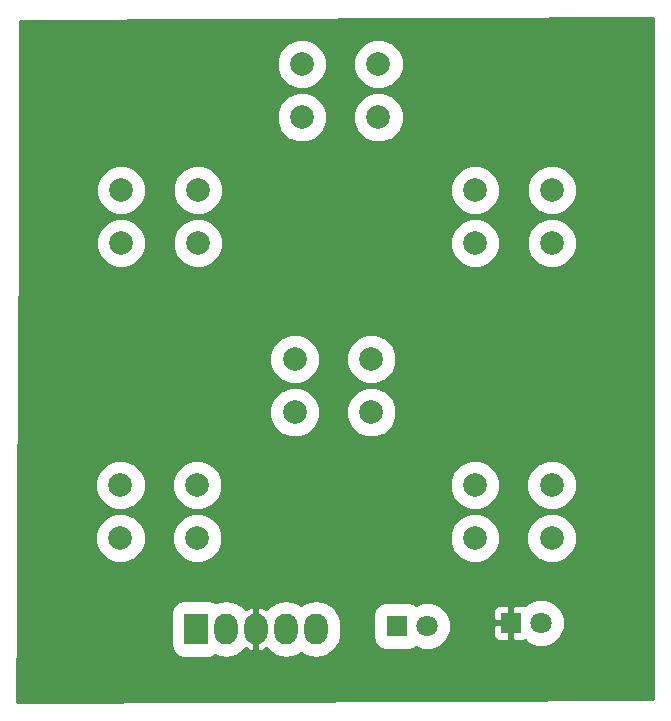
<source format=gbr>
G04 #@! TF.GenerationSoftware,KiCad,Pcbnew,5.0.2+dfsg1-1*
G04 #@! TF.CreationDate,2019-08-29T13:22:36-03:00*
G04 #@! TF.ProjectId,teclado_contador_geiger,7465636c-6164-46f5-9f63-6f6e7461646f,rev?*
G04 #@! TF.SameCoordinates,Original*
G04 #@! TF.FileFunction,Copper,L1,Top*
G04 #@! TF.FilePolarity,Positive*
%FSLAX46Y46*%
G04 Gerber Fmt 4.6, Leading zero omitted, Abs format (unit mm)*
G04 Created by KiCad (PCBNEW 5.0.2+dfsg1-1) date jue 29 ago 2019 13:22:36 -03*
%MOMM*%
%LPD*%
G01*
G04 APERTURE LIST*
G04 #@! TA.AperFunction,ComponentPad*
%ADD10C,2.000000*%
G04 #@! TD*
G04 #@! TA.AperFunction,ComponentPad*
%ADD11R,1.800000X1.800000*%
G04 #@! TD*
G04 #@! TA.AperFunction,ComponentPad*
%ADD12C,1.800000*%
G04 #@! TD*
G04 #@! TA.AperFunction,ComponentPad*
%ADD13R,2.000000X2.600000*%
G04 #@! TD*
G04 #@! TA.AperFunction,ComponentPad*
%ADD14O,2.000000X2.600000*%
G04 #@! TD*
G04 #@! TA.AperFunction,ViaPad*
%ADD15C,2.000000*%
G04 #@! TD*
G04 #@! TA.AperFunction,Conductor*
%ADD16C,0.254000*%
G04 #@! TD*
G04 APERTURE END LIST*
D10*
G04 #@! TO.P,SW3,1*
G04 #@! TO.N,Net-(R2-Pad2)*
X135500000Y-75968000D03*
G04 #@! TO.P,SW3,2*
G04 #@! TO.N,+5V*
X135500000Y-80468000D03*
G04 #@! TO.P,SW3,1*
G04 #@! TO.N,Net-(R2-Pad2)*
X129000000Y-75968000D03*
G04 #@! TO.P,SW3,2*
G04 #@! TO.N,+5V*
X129000000Y-80468000D03*
G04 #@! TD*
G04 #@! TO.P,SW1,1*
G04 #@! TO.N,Net-(R1-Pad1)*
X150754000Y-86618000D03*
G04 #@! TO.P,SW1,2*
G04 #@! TO.N,+5V*
X150754000Y-91118000D03*
G04 #@! TO.P,SW1,1*
G04 #@! TO.N,Net-(R1-Pad1)*
X144254000Y-86618000D03*
G04 #@! TO.P,SW1,2*
G04 #@! TO.N,+5V*
X144254000Y-91118000D03*
G04 #@! TD*
D11*
G04 #@! TO.P,D1,1*
G04 #@! TO.N,Net-(D1-Pad1)*
X137668000Y-98552000D03*
D12*
G04 #@! TO.P,D1,2*
G04 #@! TO.N,Net-(D1-Pad2)*
X140208000Y-98552000D03*
G04 #@! TD*
D10*
G04 #@! TO.P,SW2,2*
G04 #@! TO.N,+5V*
X114254000Y-91114000D03*
G04 #@! TO.P,SW2,1*
G04 #@! TO.N,Net-(R1-Pad2)*
X114254000Y-86614000D03*
G04 #@! TO.P,SW2,2*
G04 #@! TO.N,+5V*
X120754000Y-91114000D03*
G04 #@! TO.P,SW2,1*
G04 #@! TO.N,Net-(R1-Pad2)*
X120754000Y-86614000D03*
G04 #@! TD*
G04 #@! TO.P,SW4,2*
G04 #@! TO.N,+5V*
X144270000Y-66142000D03*
G04 #@! TO.P,SW4,1*
G04 #@! TO.N,Net-(R3-Pad2)*
X144270000Y-61642000D03*
G04 #@! TO.P,SW4,2*
G04 #@! TO.N,+5V*
X150770000Y-66142000D03*
G04 #@! TO.P,SW4,1*
G04 #@! TO.N,Net-(R3-Pad2)*
X150770000Y-61642000D03*
G04 #@! TD*
G04 #@! TO.P,SW5,2*
G04 #@! TO.N,+5V*
X129600000Y-55500000D03*
G04 #@! TO.P,SW5,1*
G04 #@! TO.N,Net-(R4-Pad2)*
X129600000Y-51000000D03*
G04 #@! TO.P,SW5,2*
G04 #@! TO.N,+5V*
X136100000Y-55500000D03*
G04 #@! TO.P,SW5,1*
G04 #@! TO.N,Net-(R4-Pad2)*
X136100000Y-51000000D03*
G04 #@! TD*
G04 #@! TO.P,SW6,2*
G04 #@! TO.N,+5V*
X114300000Y-66142000D03*
G04 #@! TO.P,SW6,1*
G04 #@! TO.N,/teclado_out*
X114300000Y-61642000D03*
G04 #@! TO.P,SW6,2*
G04 #@! TO.N,+5V*
X120800000Y-66142000D03*
G04 #@! TO.P,SW6,1*
G04 #@! TO.N,/teclado_out*
X120800000Y-61642000D03*
G04 #@! TD*
D11*
G04 #@! TO.P,D2,1*
G04 #@! TO.N,GND*
X147320000Y-98298000D03*
D12*
G04 #@! TO.P,D2,2*
G04 #@! TO.N,Net-(D2-Pad2)*
X149860000Y-98298000D03*
G04 #@! TD*
D13*
G04 #@! TO.P,J1,1*
G04 #@! TO.N,/teclado_out*
X120650000Y-98806000D03*
D14*
G04 #@! TO.P,J1,2*
G04 #@! TO.N,+5V*
X123190000Y-98806000D03*
G04 #@! TO.P,J1,3*
G04 #@! TO.N,GND*
X125730000Y-98806000D03*
G04 #@! TO.P,J1,4*
G04 #@! TO.N,Net-(J1-Pad4)*
X128270000Y-98806000D03*
G04 #@! TO.P,J1,5*
G04 #@! TO.N,Net-(D1-Pad1)*
X130810000Y-98806000D03*
G04 #@! TD*
D15*
G04 #@! TO.N,GND*
X109728000Y-99060000D03*
X132000000Y-68000000D03*
X147000000Y-52000000D03*
X155956000Y-99060000D03*
X117602000Y-72898000D03*
X146304000Y-73660000D03*
X118000000Y-52000000D03*
X132000000Y-87000000D03*
G04 #@! TD*
D16*
G04 #@! TO.N,GND*
G36*
X159385000Y-104775594D02*
X105537561Y-105028399D01*
X105570553Y-97506000D01*
X118500921Y-97506000D01*
X118500921Y-100106000D01*
X118588389Y-100545733D01*
X118837478Y-100918522D01*
X119210267Y-101167611D01*
X119650000Y-101255079D01*
X121650000Y-101255079D01*
X122089733Y-101167611D01*
X122268328Y-101048278D01*
X122360087Y-101109590D01*
X123190000Y-101274670D01*
X124019914Y-101109590D01*
X124723481Y-100639481D01*
X124846899Y-100454773D01*
X125221645Y-100665144D01*
X125349566Y-100696124D01*
X125603000Y-100576777D01*
X125603000Y-98933000D01*
X125583000Y-98933000D01*
X125583000Y-98679000D01*
X125603000Y-98679000D01*
X125603000Y-97035223D01*
X125857000Y-97035223D01*
X125857000Y-98679000D01*
X125877000Y-98679000D01*
X125877000Y-98933000D01*
X125857000Y-98933000D01*
X125857000Y-100576777D01*
X126110434Y-100696124D01*
X126238355Y-100665144D01*
X126613102Y-100454773D01*
X126736520Y-100639481D01*
X127440087Y-101109590D01*
X128270000Y-101274670D01*
X129099914Y-101109590D01*
X129540000Y-100815533D01*
X129980087Y-101109590D01*
X130810000Y-101274670D01*
X131639914Y-101109590D01*
X132343481Y-100639481D01*
X132813590Y-99935913D01*
X132937000Y-99315488D01*
X132937000Y-98296511D01*
X132813590Y-97676086D01*
X132797497Y-97652000D01*
X135618921Y-97652000D01*
X135618921Y-99452000D01*
X135706389Y-99891733D01*
X135955478Y-100264522D01*
X136328267Y-100513611D01*
X136768000Y-100601079D01*
X138568000Y-100601079D01*
X139007733Y-100513611D01*
X139252348Y-100350165D01*
X139804805Y-100579000D01*
X140611195Y-100579000D01*
X141356203Y-100270407D01*
X141926407Y-99700203D01*
X142235000Y-98955195D01*
X142235000Y-98583750D01*
X145785000Y-98583750D01*
X145785000Y-99324310D01*
X145881673Y-99557699D01*
X146060302Y-99736327D01*
X146293691Y-99833000D01*
X147034250Y-99833000D01*
X147193000Y-99674250D01*
X147193000Y-98425000D01*
X145943750Y-98425000D01*
X145785000Y-98583750D01*
X142235000Y-98583750D01*
X142235000Y-98148805D01*
X141926407Y-97403797D01*
X141794300Y-97271690D01*
X145785000Y-97271690D01*
X145785000Y-98012250D01*
X145943750Y-98171000D01*
X147193000Y-98171000D01*
X147193000Y-96921750D01*
X147447000Y-96921750D01*
X147447000Y-98171000D01*
X147467000Y-98171000D01*
X147467000Y-98425000D01*
X147447000Y-98425000D01*
X147447000Y-99674250D01*
X147605750Y-99833000D01*
X148346309Y-99833000D01*
X148475060Y-99779670D01*
X148711797Y-100016407D01*
X149456805Y-100325000D01*
X150263195Y-100325000D01*
X151008203Y-100016407D01*
X151578407Y-99446203D01*
X151887000Y-98701195D01*
X151887000Y-97894805D01*
X151578407Y-97149797D01*
X151008203Y-96579593D01*
X150263195Y-96271000D01*
X149456805Y-96271000D01*
X148711797Y-96579593D01*
X148475060Y-96816330D01*
X148346309Y-96763000D01*
X147605750Y-96763000D01*
X147447000Y-96921750D01*
X147193000Y-96921750D01*
X147034250Y-96763000D01*
X146293691Y-96763000D01*
X146060302Y-96859673D01*
X145881673Y-97038301D01*
X145785000Y-97271690D01*
X141794300Y-97271690D01*
X141356203Y-96833593D01*
X140611195Y-96525000D01*
X139804805Y-96525000D01*
X139252348Y-96753835D01*
X139007733Y-96590389D01*
X138568000Y-96502921D01*
X136768000Y-96502921D01*
X136328267Y-96590389D01*
X135955478Y-96839478D01*
X135706389Y-97212267D01*
X135618921Y-97652000D01*
X132797497Y-97652000D01*
X132343481Y-96972519D01*
X131639913Y-96502410D01*
X130810000Y-96337330D01*
X129980086Y-96502410D01*
X129540000Y-96796467D01*
X129099913Y-96502410D01*
X128270000Y-96337330D01*
X127440086Y-96502410D01*
X126736519Y-96972519D01*
X126613101Y-97157227D01*
X126238355Y-96946856D01*
X126110434Y-96915876D01*
X125857000Y-97035223D01*
X125603000Y-97035223D01*
X125349566Y-96915876D01*
X125221645Y-96946856D01*
X124846899Y-97157227D01*
X124723481Y-96972519D01*
X124019913Y-96502410D01*
X123190000Y-96337330D01*
X122360086Y-96502410D01*
X122268327Y-96563721D01*
X122089733Y-96444389D01*
X121650000Y-96356921D01*
X119650000Y-96356921D01*
X119210267Y-96444389D01*
X118837478Y-96693478D01*
X118588389Y-97066267D01*
X118500921Y-97506000D01*
X105570553Y-97506000D01*
X105600444Y-90690913D01*
X112127000Y-90690913D01*
X112127000Y-91537087D01*
X112450817Y-92318848D01*
X113049152Y-92917183D01*
X113830913Y-93241000D01*
X114677087Y-93241000D01*
X115458848Y-92917183D01*
X116057183Y-92318848D01*
X116381000Y-91537087D01*
X116381000Y-90690913D01*
X118627000Y-90690913D01*
X118627000Y-91537087D01*
X118950817Y-92318848D01*
X119549152Y-92917183D01*
X120330913Y-93241000D01*
X121177087Y-93241000D01*
X121958848Y-92917183D01*
X122557183Y-92318848D01*
X122881000Y-91537087D01*
X122881000Y-90694913D01*
X142127000Y-90694913D01*
X142127000Y-91541087D01*
X142450817Y-92322848D01*
X143049152Y-92921183D01*
X143830913Y-93245000D01*
X144677087Y-93245000D01*
X145458848Y-92921183D01*
X146057183Y-92322848D01*
X146381000Y-91541087D01*
X146381000Y-90694913D01*
X148627000Y-90694913D01*
X148627000Y-91541087D01*
X148950817Y-92322848D01*
X149549152Y-92921183D01*
X150330913Y-93245000D01*
X151177087Y-93245000D01*
X151958848Y-92921183D01*
X152557183Y-92322848D01*
X152881000Y-91541087D01*
X152881000Y-90694913D01*
X152557183Y-89913152D01*
X151958848Y-89314817D01*
X151177087Y-88991000D01*
X150330913Y-88991000D01*
X149549152Y-89314817D01*
X148950817Y-89913152D01*
X148627000Y-90694913D01*
X146381000Y-90694913D01*
X146057183Y-89913152D01*
X145458848Y-89314817D01*
X144677087Y-88991000D01*
X143830913Y-88991000D01*
X143049152Y-89314817D01*
X142450817Y-89913152D01*
X142127000Y-90694913D01*
X122881000Y-90694913D01*
X122881000Y-90690913D01*
X122557183Y-89909152D01*
X121958848Y-89310817D01*
X121177087Y-88987000D01*
X120330913Y-88987000D01*
X119549152Y-89310817D01*
X118950817Y-89909152D01*
X118627000Y-90690913D01*
X116381000Y-90690913D01*
X116057183Y-89909152D01*
X115458848Y-89310817D01*
X114677087Y-88987000D01*
X113830913Y-88987000D01*
X113049152Y-89310817D01*
X112450817Y-89909152D01*
X112127000Y-90690913D01*
X105600444Y-90690913D01*
X105620180Y-86190913D01*
X112127000Y-86190913D01*
X112127000Y-87037087D01*
X112450817Y-87818848D01*
X113049152Y-88417183D01*
X113830913Y-88741000D01*
X114677087Y-88741000D01*
X115458848Y-88417183D01*
X116057183Y-87818848D01*
X116381000Y-87037087D01*
X116381000Y-86190913D01*
X118627000Y-86190913D01*
X118627000Y-87037087D01*
X118950817Y-87818848D01*
X119549152Y-88417183D01*
X120330913Y-88741000D01*
X121177087Y-88741000D01*
X121958848Y-88417183D01*
X122557183Y-87818848D01*
X122881000Y-87037087D01*
X122881000Y-86194913D01*
X142127000Y-86194913D01*
X142127000Y-87041087D01*
X142450817Y-87822848D01*
X143049152Y-88421183D01*
X143830913Y-88745000D01*
X144677087Y-88745000D01*
X145458848Y-88421183D01*
X146057183Y-87822848D01*
X146381000Y-87041087D01*
X146381000Y-86194913D01*
X148627000Y-86194913D01*
X148627000Y-87041087D01*
X148950817Y-87822848D01*
X149549152Y-88421183D01*
X150330913Y-88745000D01*
X151177087Y-88745000D01*
X151958848Y-88421183D01*
X152557183Y-87822848D01*
X152881000Y-87041087D01*
X152881000Y-86194913D01*
X152557183Y-85413152D01*
X151958848Y-84814817D01*
X151177087Y-84491000D01*
X150330913Y-84491000D01*
X149549152Y-84814817D01*
X148950817Y-85413152D01*
X148627000Y-86194913D01*
X146381000Y-86194913D01*
X146057183Y-85413152D01*
X145458848Y-84814817D01*
X144677087Y-84491000D01*
X143830913Y-84491000D01*
X143049152Y-84814817D01*
X142450817Y-85413152D01*
X142127000Y-86194913D01*
X122881000Y-86194913D01*
X122881000Y-86190913D01*
X122557183Y-85409152D01*
X121958848Y-84810817D01*
X121177087Y-84487000D01*
X120330913Y-84487000D01*
X119549152Y-84810817D01*
X118950817Y-85409152D01*
X118627000Y-86190913D01*
X116381000Y-86190913D01*
X116057183Y-85409152D01*
X115458848Y-84810817D01*
X114677087Y-84487000D01*
X113830913Y-84487000D01*
X113049152Y-84810817D01*
X112450817Y-85409152D01*
X112127000Y-86190913D01*
X105620180Y-86190913D01*
X105647136Y-80044913D01*
X126873000Y-80044913D01*
X126873000Y-80891087D01*
X127196817Y-81672848D01*
X127795152Y-82271183D01*
X128576913Y-82595000D01*
X129423087Y-82595000D01*
X130204848Y-82271183D01*
X130803183Y-81672848D01*
X131127000Y-80891087D01*
X131127000Y-80044913D01*
X133373000Y-80044913D01*
X133373000Y-80891087D01*
X133696817Y-81672848D01*
X134295152Y-82271183D01*
X135076913Y-82595000D01*
X135923087Y-82595000D01*
X136704848Y-82271183D01*
X137303183Y-81672848D01*
X137627000Y-80891087D01*
X137627000Y-80044913D01*
X137303183Y-79263152D01*
X136704848Y-78664817D01*
X135923087Y-78341000D01*
X135076913Y-78341000D01*
X134295152Y-78664817D01*
X133696817Y-79263152D01*
X133373000Y-80044913D01*
X131127000Y-80044913D01*
X130803183Y-79263152D01*
X130204848Y-78664817D01*
X129423087Y-78341000D01*
X128576913Y-78341000D01*
X127795152Y-78664817D01*
X127196817Y-79263152D01*
X126873000Y-80044913D01*
X105647136Y-80044913D01*
X105666873Y-75544913D01*
X126873000Y-75544913D01*
X126873000Y-76391087D01*
X127196817Y-77172848D01*
X127795152Y-77771183D01*
X128576913Y-78095000D01*
X129423087Y-78095000D01*
X130204848Y-77771183D01*
X130803183Y-77172848D01*
X131127000Y-76391087D01*
X131127000Y-75544913D01*
X133373000Y-75544913D01*
X133373000Y-76391087D01*
X133696817Y-77172848D01*
X134295152Y-77771183D01*
X135076913Y-78095000D01*
X135923087Y-78095000D01*
X136704848Y-77771183D01*
X137303183Y-77172848D01*
X137627000Y-76391087D01*
X137627000Y-75544913D01*
X137303183Y-74763152D01*
X136704848Y-74164817D01*
X135923087Y-73841000D01*
X135076913Y-73841000D01*
X134295152Y-74164817D01*
X133696817Y-74763152D01*
X133373000Y-75544913D01*
X131127000Y-75544913D01*
X130803183Y-74763152D01*
X130204848Y-74164817D01*
X129423087Y-73841000D01*
X128576913Y-73841000D01*
X127795152Y-74164817D01*
X127196817Y-74763152D01*
X126873000Y-75544913D01*
X105666873Y-75544913D01*
X105709970Y-65718913D01*
X112173000Y-65718913D01*
X112173000Y-66565087D01*
X112496817Y-67346848D01*
X113095152Y-67945183D01*
X113876913Y-68269000D01*
X114723087Y-68269000D01*
X115504848Y-67945183D01*
X116103183Y-67346848D01*
X116427000Y-66565087D01*
X116427000Y-65718913D01*
X118673000Y-65718913D01*
X118673000Y-66565087D01*
X118996817Y-67346848D01*
X119595152Y-67945183D01*
X120376913Y-68269000D01*
X121223087Y-68269000D01*
X122004848Y-67945183D01*
X122603183Y-67346848D01*
X122927000Y-66565087D01*
X122927000Y-65718913D01*
X142143000Y-65718913D01*
X142143000Y-66565087D01*
X142466817Y-67346848D01*
X143065152Y-67945183D01*
X143846913Y-68269000D01*
X144693087Y-68269000D01*
X145474848Y-67945183D01*
X146073183Y-67346848D01*
X146397000Y-66565087D01*
X146397000Y-65718913D01*
X148643000Y-65718913D01*
X148643000Y-66565087D01*
X148966817Y-67346848D01*
X149565152Y-67945183D01*
X150346913Y-68269000D01*
X151193087Y-68269000D01*
X151974848Y-67945183D01*
X152573183Y-67346848D01*
X152897000Y-66565087D01*
X152897000Y-65718913D01*
X152573183Y-64937152D01*
X151974848Y-64338817D01*
X151193087Y-64015000D01*
X150346913Y-64015000D01*
X149565152Y-64338817D01*
X148966817Y-64937152D01*
X148643000Y-65718913D01*
X146397000Y-65718913D01*
X146073183Y-64937152D01*
X145474848Y-64338817D01*
X144693087Y-64015000D01*
X143846913Y-64015000D01*
X143065152Y-64338817D01*
X142466817Y-64937152D01*
X142143000Y-65718913D01*
X122927000Y-65718913D01*
X122603183Y-64937152D01*
X122004848Y-64338817D01*
X121223087Y-64015000D01*
X120376913Y-64015000D01*
X119595152Y-64338817D01*
X118996817Y-64937152D01*
X118673000Y-65718913D01*
X116427000Y-65718913D01*
X116103183Y-64937152D01*
X115504848Y-64338817D01*
X114723087Y-64015000D01*
X113876913Y-64015000D01*
X113095152Y-64338817D01*
X112496817Y-64937152D01*
X112173000Y-65718913D01*
X105709970Y-65718913D01*
X105729707Y-61218913D01*
X112173000Y-61218913D01*
X112173000Y-62065087D01*
X112496817Y-62846848D01*
X113095152Y-63445183D01*
X113876913Y-63769000D01*
X114723087Y-63769000D01*
X115504848Y-63445183D01*
X116103183Y-62846848D01*
X116427000Y-62065087D01*
X116427000Y-61218913D01*
X118673000Y-61218913D01*
X118673000Y-62065087D01*
X118996817Y-62846848D01*
X119595152Y-63445183D01*
X120376913Y-63769000D01*
X121223087Y-63769000D01*
X122004848Y-63445183D01*
X122603183Y-62846848D01*
X122927000Y-62065087D01*
X122927000Y-61218913D01*
X142143000Y-61218913D01*
X142143000Y-62065087D01*
X142466817Y-62846848D01*
X143065152Y-63445183D01*
X143846913Y-63769000D01*
X144693087Y-63769000D01*
X145474848Y-63445183D01*
X146073183Y-62846848D01*
X146397000Y-62065087D01*
X146397000Y-61218913D01*
X148643000Y-61218913D01*
X148643000Y-62065087D01*
X148966817Y-62846848D01*
X149565152Y-63445183D01*
X150346913Y-63769000D01*
X151193087Y-63769000D01*
X151974848Y-63445183D01*
X152573183Y-62846848D01*
X152897000Y-62065087D01*
X152897000Y-61218913D01*
X152573183Y-60437152D01*
X151974848Y-59838817D01*
X151193087Y-59515000D01*
X150346913Y-59515000D01*
X149565152Y-59838817D01*
X148966817Y-60437152D01*
X148643000Y-61218913D01*
X146397000Y-61218913D01*
X146073183Y-60437152D01*
X145474848Y-59838817D01*
X144693087Y-59515000D01*
X143846913Y-59515000D01*
X143065152Y-59838817D01*
X142466817Y-60437152D01*
X142143000Y-61218913D01*
X122927000Y-61218913D01*
X122603183Y-60437152D01*
X122004848Y-59838817D01*
X121223087Y-59515000D01*
X120376913Y-59515000D01*
X119595152Y-59838817D01*
X118996817Y-60437152D01*
X118673000Y-61218913D01*
X116427000Y-61218913D01*
X116103183Y-60437152D01*
X115504848Y-59838817D01*
X114723087Y-59515000D01*
X113876913Y-59515000D01*
X113095152Y-59838817D01*
X112496817Y-60437152D01*
X112173000Y-61218913D01*
X105729707Y-61218913D01*
X105756646Y-55076913D01*
X127473000Y-55076913D01*
X127473000Y-55923087D01*
X127796817Y-56704848D01*
X128395152Y-57303183D01*
X129176913Y-57627000D01*
X130023087Y-57627000D01*
X130804848Y-57303183D01*
X131403183Y-56704848D01*
X131727000Y-55923087D01*
X131727000Y-55076913D01*
X133973000Y-55076913D01*
X133973000Y-55923087D01*
X134296817Y-56704848D01*
X134895152Y-57303183D01*
X135676913Y-57627000D01*
X136523087Y-57627000D01*
X137304848Y-57303183D01*
X137903183Y-56704848D01*
X138227000Y-55923087D01*
X138227000Y-55076913D01*
X137903183Y-54295152D01*
X137304848Y-53696817D01*
X136523087Y-53373000D01*
X135676913Y-53373000D01*
X134895152Y-53696817D01*
X134296817Y-54295152D01*
X133973000Y-55076913D01*
X131727000Y-55076913D01*
X131403183Y-54295152D01*
X130804848Y-53696817D01*
X130023087Y-53373000D01*
X129176913Y-53373000D01*
X128395152Y-53696817D01*
X127796817Y-54295152D01*
X127473000Y-55076913D01*
X105756646Y-55076913D01*
X105776383Y-50576913D01*
X127473000Y-50576913D01*
X127473000Y-51423087D01*
X127796817Y-52204848D01*
X128395152Y-52803183D01*
X129176913Y-53127000D01*
X130023087Y-53127000D01*
X130804848Y-52803183D01*
X131403183Y-52204848D01*
X131727000Y-51423087D01*
X131727000Y-50576913D01*
X133973000Y-50576913D01*
X133973000Y-51423087D01*
X134296817Y-52204848D01*
X134895152Y-52803183D01*
X135676913Y-53127000D01*
X136523087Y-53127000D01*
X137304848Y-52803183D01*
X137903183Y-52204848D01*
X138227000Y-51423087D01*
X138227000Y-50576913D01*
X137903183Y-49795152D01*
X137304848Y-49196817D01*
X136523087Y-48873000D01*
X135676913Y-48873000D01*
X134895152Y-49196817D01*
X134296817Y-49795152D01*
X133973000Y-50576913D01*
X131727000Y-50576913D01*
X131403183Y-49795152D01*
X130804848Y-49196817D01*
X130023087Y-48873000D01*
X129176913Y-48873000D01*
X128395152Y-49196817D01*
X127796817Y-49795152D01*
X127473000Y-50576913D01*
X105776383Y-50576913D01*
X105790447Y-47370405D01*
X159385000Y-47117601D01*
X159385000Y-104775594D01*
X159385000Y-104775594D01*
G37*
X159385000Y-104775594D02*
X105537561Y-105028399D01*
X105570553Y-97506000D01*
X118500921Y-97506000D01*
X118500921Y-100106000D01*
X118588389Y-100545733D01*
X118837478Y-100918522D01*
X119210267Y-101167611D01*
X119650000Y-101255079D01*
X121650000Y-101255079D01*
X122089733Y-101167611D01*
X122268328Y-101048278D01*
X122360087Y-101109590D01*
X123190000Y-101274670D01*
X124019914Y-101109590D01*
X124723481Y-100639481D01*
X124846899Y-100454773D01*
X125221645Y-100665144D01*
X125349566Y-100696124D01*
X125603000Y-100576777D01*
X125603000Y-98933000D01*
X125583000Y-98933000D01*
X125583000Y-98679000D01*
X125603000Y-98679000D01*
X125603000Y-97035223D01*
X125857000Y-97035223D01*
X125857000Y-98679000D01*
X125877000Y-98679000D01*
X125877000Y-98933000D01*
X125857000Y-98933000D01*
X125857000Y-100576777D01*
X126110434Y-100696124D01*
X126238355Y-100665144D01*
X126613102Y-100454773D01*
X126736520Y-100639481D01*
X127440087Y-101109590D01*
X128270000Y-101274670D01*
X129099914Y-101109590D01*
X129540000Y-100815533D01*
X129980087Y-101109590D01*
X130810000Y-101274670D01*
X131639914Y-101109590D01*
X132343481Y-100639481D01*
X132813590Y-99935913D01*
X132937000Y-99315488D01*
X132937000Y-98296511D01*
X132813590Y-97676086D01*
X132797497Y-97652000D01*
X135618921Y-97652000D01*
X135618921Y-99452000D01*
X135706389Y-99891733D01*
X135955478Y-100264522D01*
X136328267Y-100513611D01*
X136768000Y-100601079D01*
X138568000Y-100601079D01*
X139007733Y-100513611D01*
X139252348Y-100350165D01*
X139804805Y-100579000D01*
X140611195Y-100579000D01*
X141356203Y-100270407D01*
X141926407Y-99700203D01*
X142235000Y-98955195D01*
X142235000Y-98583750D01*
X145785000Y-98583750D01*
X145785000Y-99324310D01*
X145881673Y-99557699D01*
X146060302Y-99736327D01*
X146293691Y-99833000D01*
X147034250Y-99833000D01*
X147193000Y-99674250D01*
X147193000Y-98425000D01*
X145943750Y-98425000D01*
X145785000Y-98583750D01*
X142235000Y-98583750D01*
X142235000Y-98148805D01*
X141926407Y-97403797D01*
X141794300Y-97271690D01*
X145785000Y-97271690D01*
X145785000Y-98012250D01*
X145943750Y-98171000D01*
X147193000Y-98171000D01*
X147193000Y-96921750D01*
X147447000Y-96921750D01*
X147447000Y-98171000D01*
X147467000Y-98171000D01*
X147467000Y-98425000D01*
X147447000Y-98425000D01*
X147447000Y-99674250D01*
X147605750Y-99833000D01*
X148346309Y-99833000D01*
X148475060Y-99779670D01*
X148711797Y-100016407D01*
X149456805Y-100325000D01*
X150263195Y-100325000D01*
X151008203Y-100016407D01*
X151578407Y-99446203D01*
X151887000Y-98701195D01*
X151887000Y-97894805D01*
X151578407Y-97149797D01*
X151008203Y-96579593D01*
X150263195Y-96271000D01*
X149456805Y-96271000D01*
X148711797Y-96579593D01*
X148475060Y-96816330D01*
X148346309Y-96763000D01*
X147605750Y-96763000D01*
X147447000Y-96921750D01*
X147193000Y-96921750D01*
X147034250Y-96763000D01*
X146293691Y-96763000D01*
X146060302Y-96859673D01*
X145881673Y-97038301D01*
X145785000Y-97271690D01*
X141794300Y-97271690D01*
X141356203Y-96833593D01*
X140611195Y-96525000D01*
X139804805Y-96525000D01*
X139252348Y-96753835D01*
X139007733Y-96590389D01*
X138568000Y-96502921D01*
X136768000Y-96502921D01*
X136328267Y-96590389D01*
X135955478Y-96839478D01*
X135706389Y-97212267D01*
X135618921Y-97652000D01*
X132797497Y-97652000D01*
X132343481Y-96972519D01*
X131639913Y-96502410D01*
X130810000Y-96337330D01*
X129980086Y-96502410D01*
X129540000Y-96796467D01*
X129099913Y-96502410D01*
X128270000Y-96337330D01*
X127440086Y-96502410D01*
X126736519Y-96972519D01*
X126613101Y-97157227D01*
X126238355Y-96946856D01*
X126110434Y-96915876D01*
X125857000Y-97035223D01*
X125603000Y-97035223D01*
X125349566Y-96915876D01*
X125221645Y-96946856D01*
X124846899Y-97157227D01*
X124723481Y-96972519D01*
X124019913Y-96502410D01*
X123190000Y-96337330D01*
X122360086Y-96502410D01*
X122268327Y-96563721D01*
X122089733Y-96444389D01*
X121650000Y-96356921D01*
X119650000Y-96356921D01*
X119210267Y-96444389D01*
X118837478Y-96693478D01*
X118588389Y-97066267D01*
X118500921Y-97506000D01*
X105570553Y-97506000D01*
X105600444Y-90690913D01*
X112127000Y-90690913D01*
X112127000Y-91537087D01*
X112450817Y-92318848D01*
X113049152Y-92917183D01*
X113830913Y-93241000D01*
X114677087Y-93241000D01*
X115458848Y-92917183D01*
X116057183Y-92318848D01*
X116381000Y-91537087D01*
X116381000Y-90690913D01*
X118627000Y-90690913D01*
X118627000Y-91537087D01*
X118950817Y-92318848D01*
X119549152Y-92917183D01*
X120330913Y-93241000D01*
X121177087Y-93241000D01*
X121958848Y-92917183D01*
X122557183Y-92318848D01*
X122881000Y-91537087D01*
X122881000Y-90694913D01*
X142127000Y-90694913D01*
X142127000Y-91541087D01*
X142450817Y-92322848D01*
X143049152Y-92921183D01*
X143830913Y-93245000D01*
X144677087Y-93245000D01*
X145458848Y-92921183D01*
X146057183Y-92322848D01*
X146381000Y-91541087D01*
X146381000Y-90694913D01*
X148627000Y-90694913D01*
X148627000Y-91541087D01*
X148950817Y-92322848D01*
X149549152Y-92921183D01*
X150330913Y-93245000D01*
X151177087Y-93245000D01*
X151958848Y-92921183D01*
X152557183Y-92322848D01*
X152881000Y-91541087D01*
X152881000Y-90694913D01*
X152557183Y-89913152D01*
X151958848Y-89314817D01*
X151177087Y-88991000D01*
X150330913Y-88991000D01*
X149549152Y-89314817D01*
X148950817Y-89913152D01*
X148627000Y-90694913D01*
X146381000Y-90694913D01*
X146057183Y-89913152D01*
X145458848Y-89314817D01*
X144677087Y-88991000D01*
X143830913Y-88991000D01*
X143049152Y-89314817D01*
X142450817Y-89913152D01*
X142127000Y-90694913D01*
X122881000Y-90694913D01*
X122881000Y-90690913D01*
X122557183Y-89909152D01*
X121958848Y-89310817D01*
X121177087Y-88987000D01*
X120330913Y-88987000D01*
X119549152Y-89310817D01*
X118950817Y-89909152D01*
X118627000Y-90690913D01*
X116381000Y-90690913D01*
X116057183Y-89909152D01*
X115458848Y-89310817D01*
X114677087Y-88987000D01*
X113830913Y-88987000D01*
X113049152Y-89310817D01*
X112450817Y-89909152D01*
X112127000Y-90690913D01*
X105600444Y-90690913D01*
X105620180Y-86190913D01*
X112127000Y-86190913D01*
X112127000Y-87037087D01*
X112450817Y-87818848D01*
X113049152Y-88417183D01*
X113830913Y-88741000D01*
X114677087Y-88741000D01*
X115458848Y-88417183D01*
X116057183Y-87818848D01*
X116381000Y-87037087D01*
X116381000Y-86190913D01*
X118627000Y-86190913D01*
X118627000Y-87037087D01*
X118950817Y-87818848D01*
X119549152Y-88417183D01*
X120330913Y-88741000D01*
X121177087Y-88741000D01*
X121958848Y-88417183D01*
X122557183Y-87818848D01*
X122881000Y-87037087D01*
X122881000Y-86194913D01*
X142127000Y-86194913D01*
X142127000Y-87041087D01*
X142450817Y-87822848D01*
X143049152Y-88421183D01*
X143830913Y-88745000D01*
X144677087Y-88745000D01*
X145458848Y-88421183D01*
X146057183Y-87822848D01*
X146381000Y-87041087D01*
X146381000Y-86194913D01*
X148627000Y-86194913D01*
X148627000Y-87041087D01*
X148950817Y-87822848D01*
X149549152Y-88421183D01*
X150330913Y-88745000D01*
X151177087Y-88745000D01*
X151958848Y-88421183D01*
X152557183Y-87822848D01*
X152881000Y-87041087D01*
X152881000Y-86194913D01*
X152557183Y-85413152D01*
X151958848Y-84814817D01*
X151177087Y-84491000D01*
X150330913Y-84491000D01*
X149549152Y-84814817D01*
X148950817Y-85413152D01*
X148627000Y-86194913D01*
X146381000Y-86194913D01*
X146057183Y-85413152D01*
X145458848Y-84814817D01*
X144677087Y-84491000D01*
X143830913Y-84491000D01*
X143049152Y-84814817D01*
X142450817Y-85413152D01*
X142127000Y-86194913D01*
X122881000Y-86194913D01*
X122881000Y-86190913D01*
X122557183Y-85409152D01*
X121958848Y-84810817D01*
X121177087Y-84487000D01*
X120330913Y-84487000D01*
X119549152Y-84810817D01*
X118950817Y-85409152D01*
X118627000Y-86190913D01*
X116381000Y-86190913D01*
X116057183Y-85409152D01*
X115458848Y-84810817D01*
X114677087Y-84487000D01*
X113830913Y-84487000D01*
X113049152Y-84810817D01*
X112450817Y-85409152D01*
X112127000Y-86190913D01*
X105620180Y-86190913D01*
X105647136Y-80044913D01*
X126873000Y-80044913D01*
X126873000Y-80891087D01*
X127196817Y-81672848D01*
X127795152Y-82271183D01*
X128576913Y-82595000D01*
X129423087Y-82595000D01*
X130204848Y-82271183D01*
X130803183Y-81672848D01*
X131127000Y-80891087D01*
X131127000Y-80044913D01*
X133373000Y-80044913D01*
X133373000Y-80891087D01*
X133696817Y-81672848D01*
X134295152Y-82271183D01*
X135076913Y-82595000D01*
X135923087Y-82595000D01*
X136704848Y-82271183D01*
X137303183Y-81672848D01*
X137627000Y-80891087D01*
X137627000Y-80044913D01*
X137303183Y-79263152D01*
X136704848Y-78664817D01*
X135923087Y-78341000D01*
X135076913Y-78341000D01*
X134295152Y-78664817D01*
X133696817Y-79263152D01*
X133373000Y-80044913D01*
X131127000Y-80044913D01*
X130803183Y-79263152D01*
X130204848Y-78664817D01*
X129423087Y-78341000D01*
X128576913Y-78341000D01*
X127795152Y-78664817D01*
X127196817Y-79263152D01*
X126873000Y-80044913D01*
X105647136Y-80044913D01*
X105666873Y-75544913D01*
X126873000Y-75544913D01*
X126873000Y-76391087D01*
X127196817Y-77172848D01*
X127795152Y-77771183D01*
X128576913Y-78095000D01*
X129423087Y-78095000D01*
X130204848Y-77771183D01*
X130803183Y-77172848D01*
X131127000Y-76391087D01*
X131127000Y-75544913D01*
X133373000Y-75544913D01*
X133373000Y-76391087D01*
X133696817Y-77172848D01*
X134295152Y-77771183D01*
X135076913Y-78095000D01*
X135923087Y-78095000D01*
X136704848Y-77771183D01*
X137303183Y-77172848D01*
X137627000Y-76391087D01*
X137627000Y-75544913D01*
X137303183Y-74763152D01*
X136704848Y-74164817D01*
X135923087Y-73841000D01*
X135076913Y-73841000D01*
X134295152Y-74164817D01*
X133696817Y-74763152D01*
X133373000Y-75544913D01*
X131127000Y-75544913D01*
X130803183Y-74763152D01*
X130204848Y-74164817D01*
X129423087Y-73841000D01*
X128576913Y-73841000D01*
X127795152Y-74164817D01*
X127196817Y-74763152D01*
X126873000Y-75544913D01*
X105666873Y-75544913D01*
X105709970Y-65718913D01*
X112173000Y-65718913D01*
X112173000Y-66565087D01*
X112496817Y-67346848D01*
X113095152Y-67945183D01*
X113876913Y-68269000D01*
X114723087Y-68269000D01*
X115504848Y-67945183D01*
X116103183Y-67346848D01*
X116427000Y-66565087D01*
X116427000Y-65718913D01*
X118673000Y-65718913D01*
X118673000Y-66565087D01*
X118996817Y-67346848D01*
X119595152Y-67945183D01*
X120376913Y-68269000D01*
X121223087Y-68269000D01*
X122004848Y-67945183D01*
X122603183Y-67346848D01*
X122927000Y-66565087D01*
X122927000Y-65718913D01*
X142143000Y-65718913D01*
X142143000Y-66565087D01*
X142466817Y-67346848D01*
X143065152Y-67945183D01*
X143846913Y-68269000D01*
X144693087Y-68269000D01*
X145474848Y-67945183D01*
X146073183Y-67346848D01*
X146397000Y-66565087D01*
X146397000Y-65718913D01*
X148643000Y-65718913D01*
X148643000Y-66565087D01*
X148966817Y-67346848D01*
X149565152Y-67945183D01*
X150346913Y-68269000D01*
X151193087Y-68269000D01*
X151974848Y-67945183D01*
X152573183Y-67346848D01*
X152897000Y-66565087D01*
X152897000Y-65718913D01*
X152573183Y-64937152D01*
X151974848Y-64338817D01*
X151193087Y-64015000D01*
X150346913Y-64015000D01*
X149565152Y-64338817D01*
X148966817Y-64937152D01*
X148643000Y-65718913D01*
X146397000Y-65718913D01*
X146073183Y-64937152D01*
X145474848Y-64338817D01*
X144693087Y-64015000D01*
X143846913Y-64015000D01*
X143065152Y-64338817D01*
X142466817Y-64937152D01*
X142143000Y-65718913D01*
X122927000Y-65718913D01*
X122603183Y-64937152D01*
X122004848Y-64338817D01*
X121223087Y-64015000D01*
X120376913Y-64015000D01*
X119595152Y-64338817D01*
X118996817Y-64937152D01*
X118673000Y-65718913D01*
X116427000Y-65718913D01*
X116103183Y-64937152D01*
X115504848Y-64338817D01*
X114723087Y-64015000D01*
X113876913Y-64015000D01*
X113095152Y-64338817D01*
X112496817Y-64937152D01*
X112173000Y-65718913D01*
X105709970Y-65718913D01*
X105729707Y-61218913D01*
X112173000Y-61218913D01*
X112173000Y-62065087D01*
X112496817Y-62846848D01*
X113095152Y-63445183D01*
X113876913Y-63769000D01*
X114723087Y-63769000D01*
X115504848Y-63445183D01*
X116103183Y-62846848D01*
X116427000Y-62065087D01*
X116427000Y-61218913D01*
X118673000Y-61218913D01*
X118673000Y-62065087D01*
X118996817Y-62846848D01*
X119595152Y-63445183D01*
X120376913Y-63769000D01*
X121223087Y-63769000D01*
X122004848Y-63445183D01*
X122603183Y-62846848D01*
X122927000Y-62065087D01*
X122927000Y-61218913D01*
X142143000Y-61218913D01*
X142143000Y-62065087D01*
X142466817Y-62846848D01*
X143065152Y-63445183D01*
X143846913Y-63769000D01*
X144693087Y-63769000D01*
X145474848Y-63445183D01*
X146073183Y-62846848D01*
X146397000Y-62065087D01*
X146397000Y-61218913D01*
X148643000Y-61218913D01*
X148643000Y-62065087D01*
X148966817Y-62846848D01*
X149565152Y-63445183D01*
X150346913Y-63769000D01*
X151193087Y-63769000D01*
X151974848Y-63445183D01*
X152573183Y-62846848D01*
X152897000Y-62065087D01*
X152897000Y-61218913D01*
X152573183Y-60437152D01*
X151974848Y-59838817D01*
X151193087Y-59515000D01*
X150346913Y-59515000D01*
X149565152Y-59838817D01*
X148966817Y-60437152D01*
X148643000Y-61218913D01*
X146397000Y-61218913D01*
X146073183Y-60437152D01*
X145474848Y-59838817D01*
X144693087Y-59515000D01*
X143846913Y-59515000D01*
X143065152Y-59838817D01*
X142466817Y-60437152D01*
X142143000Y-61218913D01*
X122927000Y-61218913D01*
X122603183Y-60437152D01*
X122004848Y-59838817D01*
X121223087Y-59515000D01*
X120376913Y-59515000D01*
X119595152Y-59838817D01*
X118996817Y-60437152D01*
X118673000Y-61218913D01*
X116427000Y-61218913D01*
X116103183Y-60437152D01*
X115504848Y-59838817D01*
X114723087Y-59515000D01*
X113876913Y-59515000D01*
X113095152Y-59838817D01*
X112496817Y-60437152D01*
X112173000Y-61218913D01*
X105729707Y-61218913D01*
X105756646Y-55076913D01*
X127473000Y-55076913D01*
X127473000Y-55923087D01*
X127796817Y-56704848D01*
X128395152Y-57303183D01*
X129176913Y-57627000D01*
X130023087Y-57627000D01*
X130804848Y-57303183D01*
X131403183Y-56704848D01*
X131727000Y-55923087D01*
X131727000Y-55076913D01*
X133973000Y-55076913D01*
X133973000Y-55923087D01*
X134296817Y-56704848D01*
X134895152Y-57303183D01*
X135676913Y-57627000D01*
X136523087Y-57627000D01*
X137304848Y-57303183D01*
X137903183Y-56704848D01*
X138227000Y-55923087D01*
X138227000Y-55076913D01*
X137903183Y-54295152D01*
X137304848Y-53696817D01*
X136523087Y-53373000D01*
X135676913Y-53373000D01*
X134895152Y-53696817D01*
X134296817Y-54295152D01*
X133973000Y-55076913D01*
X131727000Y-55076913D01*
X131403183Y-54295152D01*
X130804848Y-53696817D01*
X130023087Y-53373000D01*
X129176913Y-53373000D01*
X128395152Y-53696817D01*
X127796817Y-54295152D01*
X127473000Y-55076913D01*
X105756646Y-55076913D01*
X105776383Y-50576913D01*
X127473000Y-50576913D01*
X127473000Y-51423087D01*
X127796817Y-52204848D01*
X128395152Y-52803183D01*
X129176913Y-53127000D01*
X130023087Y-53127000D01*
X130804848Y-52803183D01*
X131403183Y-52204848D01*
X131727000Y-51423087D01*
X131727000Y-50576913D01*
X133973000Y-50576913D01*
X133973000Y-51423087D01*
X134296817Y-52204848D01*
X134895152Y-52803183D01*
X135676913Y-53127000D01*
X136523087Y-53127000D01*
X137304848Y-52803183D01*
X137903183Y-52204848D01*
X138227000Y-51423087D01*
X138227000Y-50576913D01*
X137903183Y-49795152D01*
X137304848Y-49196817D01*
X136523087Y-48873000D01*
X135676913Y-48873000D01*
X134895152Y-49196817D01*
X134296817Y-49795152D01*
X133973000Y-50576913D01*
X131727000Y-50576913D01*
X131403183Y-49795152D01*
X130804848Y-49196817D01*
X130023087Y-48873000D01*
X129176913Y-48873000D01*
X128395152Y-49196817D01*
X127796817Y-49795152D01*
X127473000Y-50576913D01*
X105776383Y-50576913D01*
X105790447Y-47370405D01*
X159385000Y-47117601D01*
X159385000Y-104775594D01*
G04 #@! TD*
M02*

</source>
